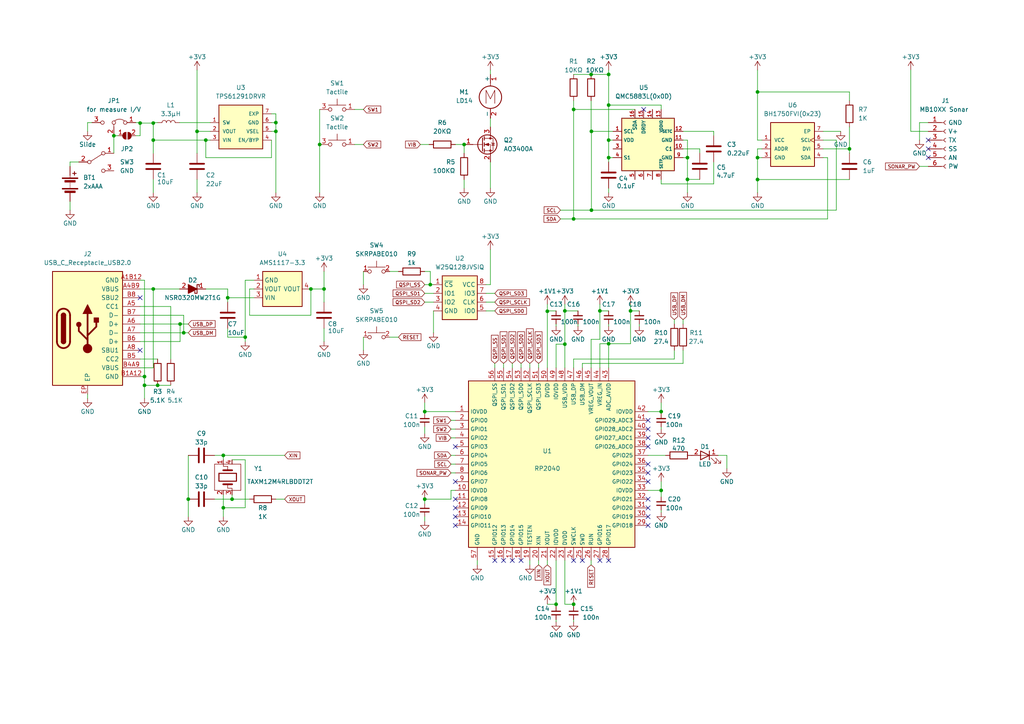
<source format=kicad_sch>
(kicad_sch (version 20230121) (generator eeschema)
  (paper "A4")
  (title_block (title "JSB01") (date "2023-10-26") (rev "0.3"))
  (junction (at 64.77 132.08))
  (junction (at 199.39 52.0372))
  (junction (at 52.231 93.98))
  (junction (at 176.53 40.64))
  (junction (at 57.15 38.1))
  (junction (at 54.61 144.78))
  (junction (at 161.29 175.26))
  (junction (at 80.01 38.1))
  (junction (at 41.91 111.76))
  (junction (at 191.77 142.24))
  (junction (at 44.45 35.6986))
  (junction (at 41.91 109.22))
  (junction (at 158.75 90.2769))
  (junction (at 176.53 45.72))
  (junction (at 123.19 144.78))
  (junction (at 219.71 52.07))
  (junction (at 171.538 60.96))
  (junction (at 66.04 86.36))
  (junction (at 163.83 99.8208))
  (junction (at 44.45 40.64))
  (junction (at 67.31 144.78))
  (junction (at 173.99 90.17))
  (junction (at 124.8098 82.55))
  (junction (at 92.71 41.91))
  (junction (at 80.01 35.56))
  (junction (at 166.37 175.26))
  (junction (at 166.37 63.5))
  (junction (at 90.17 83.82))
  (junction (at 40.64 35.6986))
  (junction (at 93.98 83.82))
  (junction (at 163.83 90.17))
  (junction (at 199.39 45.72))
  (junction (at 134.62 41.91))
  (junction (at 182.88 90.17))
  (junction (at 123.19 119.38))
  (junction (at 219.71 26.67))
  (junction (at 176.53 30.48))
  (junction (at 171.45 21.59))
  (junction (at 45.72 111.76))
  (junction (at 71.12 97.79))
  (junction (at 246.38 43.18))
  (junction (at 33.02 39.37))
  (junction (at 166.37 31.75))
  (junction (at 44.45 83.82))
  (junction (at 171.538 38.1))
  (junction (at 176.53 99.695))
  (junction (at 176.53 21.59))
  (junction (at 219.71 45.72))
  (junction (at 64.77 147.2758))
  (junction (at 191.77 119.38))
  (junction (at 59.69 40.64))
  (junction (at 53.283 96.52))
  (no_connect (at 146.05 162.56))
  (no_connect (at 40.64 86.36))
  (no_connect (at 143.51 162.56))
  (no_connect (at 132.08 147.32))
  (no_connect (at 187.96 147.32))
  (no_connect (at 132.08 144.78))
  (no_connect (at 132.08 149.86))
  (no_connect (at 148.59 162.56))
  (no_connect (at 187.96 124.46))
  (no_connect (at 40.64 101.6))
  (no_connect (at 173.99 162.56))
  (no_connect (at 166.37 162.56))
  (no_connect (at 132.08 139.7))
  (no_connect (at 187.96 152.4))
  (no_connect (at 187.96 149.86))
  (no_connect (at 132.08 152.4))
  (no_connect (at 269.24 40.64))
  (no_connect (at 132.08 129.54))
  (no_connect (at 187.96 127))
  (no_connect (at 187.96 129.54))
  (no_connect (at 186.69 31.75))
  (no_connect (at 176.53 162.56))
  (no_connect (at 187.96 134.62))
  (no_connect (at 269.24 43.18))
  (no_connect (at 187.96 121.92))
  (no_connect (at 187.96 144.78))
  (no_connect (at 269.24 45.72))
  (no_connect (at 187.96 139.7))
  (no_connect (at 151.13 162.56))
  (no_connect (at 168.91 162.56))
  (no_connect (at 187.96 137.16))
  (wire (pts (xy 121.92 41.91) (xy 124.46 41.91)))
  (wire (pts (xy 182.88 90.17) (xy 182.88 99.695)))
  (wire (pts (xy 25.4 35.56) (xy 25.4 38.1)))
  (wire (pts (xy 20.32 48.26) (xy 20.32 46.99)))
  (wire (pts (xy 191.77 142.24) (xy 191.77 144.145)))
  (wire (pts (xy 187.96 132.08) (xy 193.04 132.08)))
  (wire (pts (xy 53.283 96.52) (xy 54.61 96.52)))
  (wire (pts (xy 124.8098 78.74) (xy 124.8098 82.55)))
  (wire (pts (xy 57.15 20.32) (xy 57.15 38.1)))
  (wire (pts (xy 44.45 83.82) (xy 44.45 106.68)))
  (wire (pts (xy 44.45 40.64) (xy 44.45 44.45)))
  (wire (pts (xy 67.31 133.35) (xy 71.12 133.35)))
  (wire (pts (xy 123.19 144.78) (xy 123.19 146.05)))
  (wire (pts (xy 177.8 40.64) (xy 176.53 40.64)))
  (wire (pts (xy 140.97 87.63) (xy 143.51 87.63)))
  (wire (pts (xy 177.8 45.72) (xy 176.53 45.72)))
  (wire (pts (xy 166.37 179.705) (xy 166.37 180.34)))
  (wire (pts (xy 163.83 99.8208) (xy 163.83 106.68)))
  (wire (pts (xy 142.24 46.99) (xy 142.24 54.61)))
  (wire (pts (xy 60.96 38.1) (xy 57.15 38.1)))
  (wire (pts (xy 93.98 78.74) (xy 93.98 83.82)))
  (wire (pts (xy 142.24 82.55) (xy 142.24 72.39)))
  (wire (pts (xy 92.71 31.75) (xy 92.71 41.91)))
  (wire (pts (xy 64.77 147.2758) (xy 64.77 149.86)))
  (wire (pts (xy 138.43 162.56) (xy 138.43 163.83)))
  (wire (pts (xy 207.01 46.99) (xy 207.01 53.34)))
  (wire (pts (xy 123.19 119.38) (xy 132.08 119.38)))
  (wire (pts (xy 130.81 137.16) (xy 132.08 137.16)))
  (wire (pts (xy 198.12 38.1) (xy 207.01 38.1)))
  (wire (pts (xy 80.01 33.02) (xy 80.01 35.56)))
  (wire (pts (xy 176.53 30.48) (xy 176.53 40.64)))
  (wire (pts (xy 25.4 114.3) (xy 25.4 115.57)))
  (wire (pts (xy 102.87 41.91) (xy 105.41 41.91)))
  (wire (pts (xy 80.01 35.56) (xy 80.01 38.1)))
  (wire (pts (xy 158.75 90.2769) (xy 158.75 106.68)))
  (wire (pts (xy 71.12 133.35) (xy 71.12 147.2758)))
  (wire (pts (xy 67.31 144.78) (xy 72.39 144.78)))
  (wire (pts (xy 191.77 119.38) (xy 191.77 120.015)))
  (wire (pts (xy 143.51 105.41) (xy 143.51 106.68)))
  (wire (pts (xy 171.45 38.1) (xy 171.538 38.1)))
  (wire (pts (xy 59.69 45.72) (xy 59.69 40.64)))
  (wire (pts (xy 39.37 35.56) (xy 40.64 35.56)))
  (wire (pts (xy 44.45 35.56) (xy 44.45 35.6986)))
  (wire (pts (xy 142.24 34.29) (xy 142.24 36.83)))
  (wire (pts (xy 202.9595 43.18) (xy 202.9595 44.4172)))
  (wire (pts (xy 67.31 144.78) (xy 62.23 144.78)))
  (wire (pts (xy 72.39 91.44) (xy 90.17 91.44)))
  (wire (pts (xy 130.81 127) (xy 132.08 127)))
  (wire (pts (xy 246.38 43.18) (xy 246.38 44.45)))
  (wire (pts (xy 161.29 179.705) (xy 161.29 180.34)))
  (wire (pts (xy 156.21 162.56) (xy 156.21 163.83)))
  (wire (pts (xy 41.91 81.28) (xy 41.91 109.22)))
  (wire (pts (xy 167.64 90.17) (xy 163.83 90.17)))
  (wire (pts (xy 176.53 45.72) (xy 176.53 46.99)))
  (wire (pts (xy 171.45 98.425) (xy 171.45 106.68)))
  (wire (pts (xy 219.71 52.07) (xy 219.71 55.88)))
  (wire (pts (xy 182.88 88.265) (xy 182.88 90.17)))
  (wire (pts (xy 72.39 83.82) (xy 72.39 91.44)))
  (wire (pts (xy 49.53 88.9) (xy 49.53 104.14)))
  (wire (pts (xy 123.19 82.55) (xy 124.8098 82.55)))
  (wire (pts (xy 78.74 40.64) (xy 78.74 45.72)))
  (wire (pts (xy 238.76 43.18) (xy 246.38 43.18)))
  (wire (pts (xy 140.97 82.55) (xy 142.24 82.55)))
  (wire (pts (xy 163.83 162.56) (xy 163.83 175.26)))
  (wire (pts (xy 191.77 147.955) (xy 191.77 148.59)))
  (wire (pts (xy 156.21 105.41) (xy 156.21 106.68)))
  (wire (pts (xy 40.64 81.28) (xy 41.91 81.28)))
  (wire (pts (xy 198.12 92.71) (xy 198.12 93.98)))
  (wire (pts (xy 199.39 40.64) (xy 199.39 45.72)))
  (wire (pts (xy 148.59 105.41) (xy 148.59 106.68)))
  (wire (pts (xy 163.83 90.17) (xy 163.83 99.8208)))
  (wire (pts (xy 40.64 109.22) (xy 41.91 109.22)))
  (wire (pts (xy 66.04 97.79) (xy 66.04 95.25)))
  (wire (pts (xy 158.431 90.2769) (xy 158.75 90.2769)))
  (wire (pts (xy 208.28 132.08) (xy 210.82 132.08)))
  (wire (pts (xy 113.03 78.74) (xy 115.57 78.74)))
  (wire (pts (xy 195.58 92.71) (xy 195.58 93.98)))
  (wire (pts (xy 166.37 31.75) (xy 166.37 63.5)))
  (wire (pts (xy 54.61 144.78) (xy 54.61 149.86)))
  (wire (pts (xy 113.03 97.79) (xy 115.57 97.79)))
  (wire (pts (xy 185.42 90.17) (xy 182.88 90.17)))
  (wire (pts (xy 33.02 39.37) (xy 34.29 39.37)))
  (wire (pts (xy 199.39 45.72) (xy 199.39 52.0372)))
  (wire (pts (xy 191.77 30.48) (xy 176.53 30.48)))
  (wire (pts (xy 240.03 45.72) (xy 240.03 63.5)))
  (wire (pts (xy 210.82 132.08) (xy 210.82 135.89)))
  (wire (pts (xy 134.62 44.45) (xy 134.62 41.91)))
  (wire (pts (xy 66.04 97.79) (xy 71.12 97.79)))
  (wire (pts (xy 26.67 35.56) (xy 25.4 35.56)))
  (wire (pts (xy 191.77 142.24) (xy 191.77 139.7)))
  (wire (pts (xy 132.08 41.91) (xy 134.62 41.91)))
  (wire (pts (xy 264.16 20.32) (xy 264.16 38.1)))
  (wire (pts (xy 130.81 134.62) (xy 132.08 134.62)))
  (wire (pts (xy 199.39 45.72) (xy 198.12 45.72)))
  (wire (pts (xy 73.66 83.82) (xy 72.39 83.82)))
  (wire (pts (xy 219.71 26.67) (xy 219.71 40.64)))
  (wire (pts (xy 151.13 105.41) (xy 151.13 106.68)))
  (wire (pts (xy 166.37 29.21) (xy 166.37 31.75)))
  (wire (pts (xy 64.77 143.51) (xy 64.77 147.2758)))
  (wire (pts (xy 52.07 35.56) (xy 60.96 35.56)))
  (wire (pts (xy 64.77 132.08) (xy 82.55 132.08)))
  (wire (pts (xy 66.04 86.36) (xy 66.04 87.63)))
  (wire (pts (xy 39.37 39.37) (xy 39.37 39.3633)))
  (wire (pts (xy 44.45 35.6986) (xy 44.45 40.64)))
  (wire (pts (xy 198.12 43.18) (xy 202.9595 43.18)))
  (wire (pts (xy 123.19 85.09) (xy 125.73 85.09)))
  (wire (pts (xy 64.77 132.08) (xy 64.77 133.35)))
  (wire (pts (xy 59.69 40.64) (xy 60.96 40.64)))
  (wire (pts (xy 220.98 45.72) (xy 219.71 45.72)))
  (wire (pts (xy 187.96 142.24) (xy 191.77 142.24)))
  (wire (pts (xy 198.12 40.64) (xy 199.39 40.64)))
  (wire (pts (xy 59.69 83.82) (xy 66.04 83.82)))
  (wire (pts (xy 161.29 175.26) (xy 161.29 175.895)))
  (wire (pts (xy 163.83 175.26) (xy 166.37 175.26)))
  (wire (pts (xy 153.67 105.41) (xy 153.67 106.68)))
  (wire (pts (xy 264.16 38.1) (xy 269.24 38.1)))
  (wire (pts (xy 45.72 35.56) (xy 44.45 35.56)))
  (wire (pts (xy 158.75 162.56) (xy 158.75 163.83)))
  (wire (pts (xy 198.12 105.41) (xy 198.12 101.6)))
  (wire (pts (xy 173.99 99.695) (xy 176.53 99.695)))
  (wire (pts (xy 130.81 121.92) (xy 132.08 121.92)))
  (wire (pts (xy 191.77 31.75) (xy 191.77 30.48)))
  (wire (pts (xy 176.53 99.695) (xy 182.88 99.695)))
  (wire (pts (xy 52.231 99.06) (xy 52.231 93.98)))
  (wire (pts (xy 163.83 88.265) (xy 163.83 90.17)))
  (wire (pts (xy 246.38 29.21) (xy 246.38 26.67)))
  (wire (pts (xy 40.64 93.98) (xy 52.231 93.98)))
  (wire (pts (xy 187.96 119.38) (xy 191.77 119.38)))
  (wire (pts (xy 124.8098 82.55) (xy 125.73 82.55)))
  (wire (pts (xy 176.53 106.68) (xy 176.53 99.695)))
  (wire (pts (xy 71.12 97.79) (xy 71.12 99.06)))
  (wire (pts (xy 219.71 43.18) (xy 219.71 45.72)))
  (wire (pts (xy 44.45 52.07) (xy 44.45 55.88)))
  (wire (pts (xy 80.01 38.1) (xy 80.01 55.88)))
  (wire (pts (xy 219.71 45.72) (xy 219.71 52.07)))
  (wire (pts (xy 195.58 104.14) (xy 195.58 101.6)))
  (wire (pts (xy 168.91 106.68) (xy 168.91 105.41)))
  (wire (pts (xy 220.98 43.18) (xy 219.71 43.18)))
  (wire (pts (xy 166.37 104.14) (xy 195.58 104.14)))
  (wire (pts (xy 90.17 91.44) (xy 90.17 83.82)))
  (wire (pts (xy 166.37 175.26) (xy 166.37 175.895)))
  (wire (pts (xy 173.99 90.17) (xy 173.99 98.425)))
  (wire (pts (xy 57.15 52.07) (xy 57.15 55.88)))
  (wire (pts (xy 173.99 98.425) (xy 171.45 98.425)))
  (wire (pts (xy 191.77 53.34) (xy 191.77 52.07)))
  (wire (pts (xy 41.91 109.22) (xy 41.91 111.76)))
  (wire (pts (xy 93.98 95.25) (xy 93.98 99.06)))
  (wire (pts (xy 52.231 93.98) (xy 54.61 93.98)))
  (wire (pts (xy 162.56 63.5) (xy 166.37 63.5)))
  (wire (pts (xy 93.98 83.82) (xy 93.98 87.63)))
  (wire (pts (xy 90.17 83.82) (xy 93.98 83.82)))
  (wire (pts (xy 78.74 35.56) (xy 80.01 35.56)))
  (wire (pts (xy 78.74 45.72) (xy 59.69 45.72)))
  (wire (pts (xy 134.62 52.07) (xy 134.62 54.61)))
  (wire (pts (xy 269.24 35.56) (xy 266.7 35.56)))
  (wire (pts (xy 219.71 40.64) (xy 220.98 40.64)))
  (wire (pts (xy 171.538 60.96) (xy 242.57 60.96)))
  (wire (pts (xy 123.19 149.86) (xy 123.19 151.13)))
  (wire (pts (xy 41.91 111.76) (xy 41.91 115.57)))
  (wire (pts (xy 130.81 144.78) (xy 130.81 142.24)))
  (wire (pts (xy 130.81 142.24) (xy 132.08 142.24)))
  (wire (pts (xy 40.64 35.56) (xy 40.64 35.6986)))
  (wire (pts (xy 78.74 38.1) (xy 80.01 38.1)))
  (wire (pts (xy 238.76 38.1) (xy 243.84 38.1)))
  (wire (pts (xy 142.24 21.59) (xy 142.24 20.32)))
  (wire (pts (xy 153.67 162.56) (xy 153.67 163.83)))
  (wire (pts (xy 242.57 40.64) (xy 242.57 60.96)))
  (wire (pts (xy 39.37 39.3633) (xy 40.64 39.3633)))
  (wire (pts (xy 161.29 162.56) (xy 161.29 175.26)))
  (wire (pts (xy 123.19 119.38) (xy 123.19 120.015)))
  (wire (pts (xy 45.72 111.76) (xy 49.53 111.76)))
  (wire (pts (xy 40.64 91.44) (xy 53.283 91.44)))
  (wire (pts (xy 161.29 90.17) (xy 158.431 90.17)))
  (wire (pts (xy 140.97 90.17) (xy 143.51 90.17)))
  (wire (pts (xy 123.19 116.84) (xy 123.19 119.38)))
  (wire (pts (xy 171.45 21.59) (xy 176.53 21.59)))
  (wire (pts (xy 123.19 87.63) (xy 125.73 87.63)))
  (wire (pts (xy 219.71 20.32) (xy 219.71 26.67)))
  (wire (pts (xy 171.45 29.21) (xy 171.45 38.1)))
  (wire (pts (xy 41.91 111.76) (xy 45.72 111.76)))
  (wire (pts (xy 246.38 26.67) (xy 219.71 26.67)))
  (wire (pts (xy 168.91 105.41) (xy 198.12 105.41)))
  (wire (pts (xy 20.32 58.42) (xy 20.32 60.96)))
  (wire (pts (xy 33.02 39.37) (xy 33.02 44.45)))
  (wire (pts (xy 44.45 40.64) (xy 59.69 40.64)))
  (wire (pts (xy 207.01 38.1) (xy 207.01 39.37)))
  (wire (pts (xy 171.538 38.1) (xy 171.538 60.96)))
  (wire (pts (xy 246.38 36.83) (xy 246.38 43.18)))
  (wire (pts (xy 40.64 99.06) (xy 52.231 99.06)))
  (wire (pts (xy 173.99 99.695) (xy 173.99 106.68)))
  (wire (pts (xy 54.61 132.08) (xy 54.61 144.78)))
  (wire (pts (xy 130.81 132.08) (xy 132.08 132.08)))
  (wire (pts (xy 80.01 144.78) (xy 82.55 144.78)))
  (wire (pts (xy 158.431 90.17) (xy 158.431 90.2769)))
  (wire (pts (xy 191.77 53.34) (xy 207.01 53.34)))
  (wire (pts (xy 64.77 132.08) (xy 62.23 132.08)))
  (wire (pts (xy 171.45 162.56) (xy 171.45 163.83)))
  (wire (pts (xy 176.53 20.32) (xy 176.53 21.59)))
  (wire (pts (xy 266.7 35.56) (xy 266.7 40.64)))
  (wire (pts (xy 57.15 38.1) (xy 57.15 44.45)))
  (wire (pts (xy 163.83 99.8208) (xy 161.29 99.8208)))
  (wire (pts (xy 191.77 123.825) (xy 191.77 124.46)))
  (wire (pts (xy 266.7 48.26) (xy 269.24 48.26)))
  (wire (pts (xy 161.29 175.26) (xy 158.75 175.26)))
  (wire (pts (xy 20.32 46.99) (xy 22.86 46.99)))
  (wire (pts (xy 177.8 38.1) (xy 171.538 38.1)))
  (wire (pts (xy 246.38 52.07) (xy 219.71 52.07)))
  (wire (pts (xy 71.12 81.28) (xy 71.12 97.79)))
  (wire (pts (xy 166.37 21.59) (xy 171.45 21.59)))
  (wire (pts (xy 67.31 143.51) (xy 67.31 144.78)))
  (wire (pts (xy 66.04 83.82) (xy 66.04 86.36)))
  (wire (pts (xy 40.64 104.14) (xy 45.72 104.14)))
  (wire (pts (xy 161.29 99.8208) (xy 161.29 106.68)))
  (wire (pts (xy 191.77 119.38) (xy 191.77 116.84)))
  (wire (pts (xy 125.73 90.17) (xy 125.73 96.52)))
  (wire (pts (xy 40.64 96.52) (xy 53.283 96.52)))
  (wire (pts (xy 71.12 147.2758) (xy 64.77 147.2758)))
  (wire (pts (xy 73.66 86.36) (xy 66.04 86.36)))
  (wire (pts (xy 40.64 106.68) (xy 44.45 106.68)))
  (wire (pts (xy 176.53 93.98) (xy 176.53 94.615)))
  (wire (pts (xy 102.87 31.75) (xy 105.41 31.75)))
  (wire (pts (xy 176.53 21.59) (xy 176.53 30.48)))
  (wire (pts (xy 40.64 88.9) (xy 49.53 88.9)))
  (wire (pts (xy 78.74 33.02) (xy 80.01 33.02)))
  (wire (pts (xy 176.53 90.17) (xy 173.99 90.17)))
  (wire (pts (xy 199.39 52.0372) (xy 199.39 55.88)))
  (wire (pts (xy 238.76 40.64) (xy 242.57 40.64)))
  (wire (pts (xy 130.81 124.46) (xy 132.08 124.46)))
  (wire (pts (xy 146.05 105.41) (xy 146.05 106.68)))
  (wire (pts (xy 166.37 63.5) (xy 240.03 63.5)))
  (wire (pts (xy 166.37 106.68) (xy 166.37 104.14)))
  (wire (pts (xy 202.9595 52.0372) (xy 199.39 52.0372)))
  (wire (pts (xy 176.53 55.88) (xy 176.53 54.61)))
  (wire (pts (xy 167.64 93.98) (xy 167.64 94.615)))
  (wire (pts (xy 40.64 35.6986) (xy 40.64 39.3633)))
  (wire (pts (xy 184.15 31.75) (xy 166.37 31.75)))
  (wire (pts (xy 123.19 123.825) (xy 123.19 125.73)))
  (wire (pts (xy 176.53 40.64) (xy 176.53 45.72)))
  (wire (pts (xy 53.283 91.44) (xy 53.283 96.52)))
  (wire (pts (xy 158.75 88.265) (xy 158.75 90.2769)))
  (wire (pts (xy 140.97 85.09) (xy 143.51 85.09)))
  (wire (pts (xy 185.42 93.98) (xy 185.42 94.615)))
  (wire (pts (xy 161.29 93.98) (xy 161.29 94.615)))
  (wire (pts (xy 173.99 88.2451) (xy 173.99 90.17)))
  (wire (pts (xy 162.56 60.96) (xy 171.538 60.96)))
  (wire (pts (xy 44.45 83.82) (xy 40.64 83.82)))
  (wire (pts (xy 105.41 97.79) (xy 105.41 101.6)))
  (wire (pts (xy 105.41 78.74) (xy 105.41 82.55)))
  (wire (pts (xy 123.19 144.78) (xy 130.81 144.78)))
  (wire (pts (xy 238.76 45.72) (xy 240.03 45.72)))
  (wire (pts (xy 73.66 81.28) (xy 71.12 81.28)))
  (wire (pts (xy 40.64 35.6986) (xy 44.45 35.6986)))
  (wire (pts (xy 44.45 83.82) (xy 52.07 83.82)))
  (wire (pts (xy 92.71 41.91) (xy 92.71 55.88)))
  (wire (pts (xy 123.19 78.74) (xy 124.8098 78.74)))
  (global_label "VIB" (shape input) (at 130.81 127 180) (effects (font (size 1.016 1.016))) (property "Intersheetrefs" "${INTERSHEET_REFS}" (effects hide)))
  (global_label "SCL" (shape input) (at 162.56 60.96 180) (effects (font (size 1.016 1.016))) (property "Intersheetrefs" "${INTERSHEET_REFS}" (effects hide)))
  (global_label "USB_DM" (shape input) (at 198.12 92.71 90) (effects (font (size 1.016 1.016))) (property "Intersheetrefs" "${INTERSHEET_REFS}" (effects hide)))
  (global_label "SDA" (shape input) (at 162.56 63.5 180) (effects (font (size 1.016 1.016))) (property "Intersheetrefs" "${INTERSHEET_REFS}" (effects hide)))
  (global_label "QSPI_SD3" (shape input) (at 156.21 105.41 90) (effects (font (size 1.016 1.016))) (property "Intersheetrefs" "${INTERSHEET_REFS}" (effects hide)))
  (global_label "USB_DP" (shape input) (at 195.58 92.71 90) (effects (font (size 1.016 1.016))) (property "Intersheetrefs" "${INTERSHEET_REFS}" (effects hide)))
  (global_label "XOUT" (shape input) (at 82.55 144.78 0) (effects (font (size 1.016 1.016))) (property "Intersheetrefs" "${INTERSHEET_REFS}" (effects hide)))
  (global_label "VIB" (shape input) (at 121.92 41.91 180) (effects (font (size 1.016 1.016))) (property "Intersheetrefs" "${INTERSHEET_REFS}" (effects hide)))
  (global_label "XIN" (shape input) (at 156.21 163.83 270) (effects (font (size 1.016 1.016))) (property "Intersheetrefs" "${INTERSHEET_REFS}" (effects hide)))
  (global_label "RESET" (shape input) (at 171.45 163.83 270) (effects (font (size 1.016 1.016))) (property "Intersheetrefs" "${INTERSHEET_REFS}" (effects hide)))
  (global_label "QSPI_SD0" (shape input) (at 151.13 105.41 90) (effects (font (size 1.016 1.016))) (property "Intersheetrefs" "${INTERSHEET_REFS}" (effects hide)))
  (global_label "USB_DP" (shape input) (at 54.61 93.98 0) (effects (font (size 1.016 1.016))) (property "Intersheetrefs" "${INTERSHEET_REFS}" (effects hide)))
  (global_label "QSPI_SD2" (shape input) (at 123.19 87.63 180) (effects (font (size 1.016 1.016))) (property "Intersheetrefs" "${INTERSHEET_REFS}" (effects hide)))
  (global_label "SW1" (shape input) (at 130.81 121.92 180) (effects (font (size 1.016 1.016))) (property "Intersheetrefs" "${INTERSHEET_REFS}" (effects hide)))
  (global_label "USB_DM" (shape input) (at 54.61 96.52 0) (effects (font (size 1.016 1.016))) (property "Intersheetrefs" "${INTERSHEET_REFS}" (effects hide)))
  (global_label "QSPI_SS" (shape input) (at 123.19 82.55 180) (effects (font (size 1.016 1.016))) (property "Intersheetrefs" "${INTERSHEET_REFS}" (effects hide)))
  (global_label "QSPI_SD2" (shape input) (at 148.59 105.41 90) (effects (font (size 1.016 1.016))) (property "Intersheetrefs" "${INTERSHEET_REFS}" (effects hide)))
  (global_label "QSPI_SD3" (shape input) (at 143.51 85.09 0) (effects (font (size 1.016 1.016))) (property "Intersheetrefs" "${INTERSHEET_REFS}" (effects hide)))
  (global_label "QSPI_SD1" (shape input) (at 146.05 105.41 90) (effects (font (size 1.016 1.016))) (property "Intersheetrefs" "${INTERSHEET_REFS}" (effects hide)))
  (global_label "QSPI_SCLK" (shape input) (at 153.67 105.41 90) (effects (font (size 1.016 1.016))) (property "Intersheetrefs" "${INTERSHEET_REFS}" (effects hide)))
  (global_label "SW2" (shape input) (at 130.81 124.46 180) (effects (font (size 1.016 1.016))) (property "Intersheetrefs" "${INTERSHEET_REFS}" (effects hide)))
  (global_label "QSPI_SD0" (shape input) (at 143.51 90.17 0) (effects (font (size 1.016 1.016))) (property "Intersheetrefs" "${INTERSHEET_REFS}" (effects hide)))
  (global_label "RESET" (shape input) (at 115.57 97.79 0) (effects (font (size 1.016 1.016))) (property "Intersheetrefs" "${INTERSHEET_REFS}" (effects hide)))
  (global_label "SW2" (shape input) (at 105.41 41.91 0) (effects (font (size 1.016 1.016))) (property "Intersheetrefs" "${INTERSHEET_REFS}" (effects hide)))
  (global_label "XOUT" (shape input) (at 158.75 163.83 270) (effects (font (size 1.016 1.016))) (property "Intersheetrefs" "${INTERSHEET_REFS}" (effects hide)))
  (global_label "QSPI_SD1" (shape input) (at 123.19 85.09 180) (effects (font (size 1.016 1.016))) (property "Intersheetrefs" "${INTERSHEET_REFS}" (effects hide)))
  (global_label "SONAR_PW" (shape input) (at 266.7 48.26 180) (effects (font (size 1.016 1.016))) (property "Intersheetrefs" "${INTERSHEET_REFS}" (effects hide)))
  (global_label "SONAR_PW" (shape input) (at 130.81 137.16 180) (effects (font (size 1.016 1.016))) (property "Intersheetrefs" "${INTERSHEET_REFS}" (effects hide)))
  (global_label "QSPI_SS" (shape input) (at 143.51 105.41 90) (effects (font (size 1.016 1.016))) (property "Intersheetrefs" "${INTERSHEET_REFS}" (effects hide)))
  (global_label "XIN" (shape input) (at 82.55 132.08 0) (effects (font (size 1.016 1.016))) (property "Intersheetrefs" "${INTERSHEET_REFS}" (effects hide)))
  (global_label "SCL" (shape input) (at 130.81 134.62 180) (effects (font (size 1.016 1.016))) (property "Intersheetrefs" "${INTERSHEET_REFS}" (effects hide)))
  (global_label "QSPI_SCLK" (shape input) (at 143.51 87.63 0) (effects (font (size 1.016 1.016))) (property "Intersheetrefs" "${INTERSHEET_REFS}" (effects hide)))
  (global_label "SDA" (shape input) (at 130.81 132.08 180) (effects (font (size 1.016 1.016))) (property "Intersheetrefs" "${INTERSHEET_REFS}" (effects hide)))
  (global_label "SW1" (shape input) (at 105.41 31.75 0) (effects (font (size 1.016 1.016))) (property "Intersheetrefs" "${INTERSHEET_REFS}" (effects hide)))
  (symbol (lib_id "JSB01_Lib:GND") (at 138.43 163.83 0) (unit 1)
    (property "Reference" "#PWR015" (effects hide))
    (property "Value" "GND" (at 138.43 167.64 0))
  )
  (symbol (lib_id "Device:R") (at 171.45 25.4 0) (unit 1)
    (property "Reference" "R2" (at 171.45 17.78 0))
    (property "Value" "10KΩ" (at 172.51 20.32 0))
    (property "Footprint" "Resistor_SMD:R_0603_1608Metric" (effects hide))
    (property "LCSC" "C25804" (effects hide))
  )
  (symbol (lib_id "JSB01_Lib:GND") (at 191.77 148.59 0) (unit 1)
    (property "Reference" "#PWR033" (effects hide))
    (property "Value" "GND" (at 191.77 152.4 0))
  )
  (symbol (lib_id "JSB01_Lib:Conn_01x06_Socket") (at 274.32 40.64 0) (unit 1)
    (property "Reference" "J1" (at 273.05 29.21 0) (effects (justify left)))
    (property "Value" "MB10XX Sonar" (at 266.7 31.75 0) (effects (justify left)))
    (property "Footprint" "JSB01_Lib:PinSocket_1x06_P2.54mm_Horizontal" (effects hide))
  )
  (symbol (lib_id "JSB01_Lib:Bypass_C") (at 161.29 177.8 0) (unit 1)
    (property "Reference" "C14" (at 157.48 176.53 0))
    (property "Value" "100n" (at 157.48 179.07 0))
    (property "Footprint" "Capacitor_SMD:C_0402_1005Metric" (effects hide))
    (property "LCSC" "C307331" (effects hide))
  )
  (symbol (lib_id "JSB01_Lib:GND") (at 44.45 55.88 0) (unit 1)
    (property "Reference" "#PWR0115" (effects hide))
    (property "Value" "GND" (at 44.45 59.69 0))
  )
  (symbol (lib_id "JSB01_Lib:GND") (at 161.29 94.615 0) (unit 1)
    (property "Reference" "#PWR020" (effects hide))
    (property "Value" "GND" (at 161.29 98.425 0))
  )
  (symbol (lib_id "JSB01_Lib:GND") (at 123.19 151.13 0) (unit 1)
    (property "Reference" "#PWR013" (effects hide))
    (property "Value" "GND" (at 123.19 154.94 0))
  )
  (symbol (lib_id "JSB01_Lib:+3V3") (at 191.77 139.7 0) (unit 1)
    (property "Reference" "#PWR032" (effects hide))
    (property "Value" "3V3" (at 191.77 135.16 0) (effects (justify top)))
  )
  (symbol (lib_id "JSB01_Lib:+1V1") (at 173.99 88.2451 0) (unit 1)
    (property "Reference" "#PWR026" (effects hide))
    (property "Value" "1V1" (at 173.99 83.7051 0) (effects (justify top)))
  )
  (symbol (lib_id "JSB01_Lib:+3V3") (at 93.98 78.74 0) (unit 1)
    (property "Reference" "#PWR04" (effects hide))
    (property "Value" "3V3" (at 93.98 74.2 0) (effects (justify top)))
  )
  (symbol (lib_id "JSB01_Lib:GND") (at 243.84 38.1 0) (unit 1)
    (property "Reference" "#PWR035" (effects hide))
    (property "Value" "GND" (at 243.84 41.91 0))
  )
  (symbol (lib_id "JSB01_Lib:+3V3") (at 123.19 116.84 0) (unit 1)
    (property "Reference" "#PWR010" (effects hide))
    (property "Value" "3V3" (at 123.19 112.3 0) (effects (justify top)))
  )
  (symbol (lib_id "JSB01_Lib:GND") (at 123.19 125.73 0) (unit 1)
    (property "Reference" "#PWR011" (effects hide))
    (property "Value" "GND" (at 123.19 129.54 0))
  )
  (symbol (lib_id "JSB01_Lib:Button_SMD") (at 109.22 97.79 0) (unit 1)
    (property "Reference" "SW5" (at 109.22 90.17 0))
    (property "Value" "SKRPABE010" (at 109.22 92.71 0))
    (property "Footprint" "JSB01_Lib:KEY-SMD_4P-L4.2-W3.2" (effects hide))
    (property "LCSC" "C115360" (effects hide))
  )
  (symbol (lib_id "JSB01_Lib:GND") (at 92.71 55.88 0) (unit 1)
    (property "Reference" "#PWR0105" (effects hide))
    (property "Value" "GND" (at 92.71 59.69 0))
  )
  (symbol (lib_id "JSB01_Lib:GND") (at 219.71 55.88 0) (unit 1)
    (property "Reference" "#PWR0112" (effects hide))
    (property "Value" "GND" (at 219.71 59.69 0))
  )
  (symbol (lib_id "Device:C") (at 58.42 132.08 90) (unit 1)
    (property "Reference" "C9" (at 58.42 125.73 90))
    (property "Value" "33p" (at 58.42 128.27 90))
    (property "Footprint" "Capacitor_SMD:C_0603_1608Metric" (effects hide))
    (property "LCSC" "C1663" (effects hide))
  )
  (symbol (lib_name "Button_SMD_1") (lib_id "JSB01_Lib:Button_SMD") (at 109.22 78.74 0) (unit 1)
    (property "Reference" "SW4" (at 109.22 71.12 0))
    (property "Value" "SKRPABE010" (at 109.22 73.66 0))
    (property "Footprint" "JSB01_Lib:KEY-SMD_4P-L4.2-W3.2" (effects hide))
    (property "LCSC" "C115360" (effects hide))
  )
  (symbol (lib_id "JSB01_Lib:W25Q128JVSIQ") (at 133.35 86.36 0) (unit 1)
    (property "Reference" "U2" (at 133.35 74.93 0))
    (property "Value" "W25Q128JVSIQ" (at 133.35 77.47 0))
    (property "Footprint" "JSB01_Lib:SOP-8-208mil" (effects hide))
    (property "LCSC" "C97521 " (effects hide))
  )
  (symbol (lib_id "Device:R") (at 166.37 25.4 0) (unit 1)
    (property "Reference" "R1" (at 166.37 17.78 0))
    (property "Value" "10KΩ" (at 166.37 20.32 0))
    (property "Footprint" "Resistor_SMD:R_0603_1608Metric" (effects hide))
    (property "LCSC" "C25804" (effects hide))
  )
  (symbol (lib_id "JSB01_Lib:Schottky_Diode") (at 55.88 83.82 0) (mirror y) (unit 1)
    (property "Reference" "D2" (at 55.88 81.28 0))
    (property "Value" "NSR0320MW2T1G" (at 55.88 86.36 0))
    (property "Footprint" "JSB01_Lib:SOD-323_L1.8-W1.3-LS2.5-RD" (effects hide))
    (property "LCSC" "C48192" (effects hide))
  )
  (symbol (lib_id "JSB01_Lib:+3V3") (at 142.24 20.32 0) (unit 1)
    (property "Reference" "#PWR0111" (effects hide))
    (property "Value" "3V3" (at 142.24 15.78 0) (effects (justify top)))
  )
  (symbol (lib_id "JSB01_Lib:GND") (at 20.32 60.96 0) (unit 1)
    (property "Reference" "#PWR0117" (effects hide))
    (property "Value" "GND" (at 20.32 64.77 0))
  )
  (symbol (lib_id "JSB01_Lib:+3V3") (at 123.19 144.78 0) (unit 1)
    (property "Reference" "#PWR012" (effects hide))
    (property "Value" "3V3" (at 123.19 140.24 0) (effects (justify top)))
  )
  (symbol (lib_id "JSB01_Lib:GND") (at 167.64 94.615 0) (unit 1)
    (property "Reference" "#PWR025" (effects hide))
    (property "Value" "GND" (at 167.64 98.425 0))
  )
  (symbol (lib_id "JSB01_Lib:GND") (at 191.77 124.46 0) (unit 1)
    (property "Reference" "#PWR031" (effects hide))
    (property "Value" "GND" (at 191.77 128.27 0))
  )
  (symbol (lib_id "JSB01_Lib:+3V3") (at 142.24 72.39 0) (unit 1)
    (property "Reference" "#PWR016" (effects hide))
    (property "Value" "3V3" (at 142.24 67.85 0) (effects (justify top)))
  )
  (symbol (lib_id "JSB01_Lib:GND") (at 166.37 180.34 0) (unit 1)
    (property "Reference" "#PWR024" (effects hide))
    (property "Value" "GND" (at 166.37 184.15 0))
  )
  (symbol (lib_id "JSB01_Lib:BH1750FVI-TR") (at 229.87 43.18 0) (unit 1)
    (property "Reference" "U6" (at 229.87 30.48 0))
    (property "Value" "BH1750FVI(0x23)" (at 229.87 33.02 0))
    (property "Footprint" "JSB01_Lib:WSOF-6_L2.6-W1.6-P0.50-TL-EP" (effects hide))
    (property "LCSC" "C78960" (effects hide))
  )
  (symbol (lib_id "JSB01_Lib:Bypass_C") (at 191.77 146.05 0) (unit 1)
    (property "Reference" "C20" (at 195.58 144.78 0))
    (property "Value" "100n" (at 195.58 147.32 0))
    (property "Footprint" "Capacitor_SMD:C_0402_1005Metric" (effects hide))
    (property "LCSC" "C307331" (effects hide))
  )
  (symbol (lib_id "JSB01_Lib:Bypass_C") (at 166.37 177.8 0) (unit 1)
    (property "Reference" "C15" (at 170.18 176.53 0))
    (property "Value" "100n" (at 171.45 179.07 0))
    (property "Footprint" "Capacitor_SMD:C_0402_1005Metric" (effects hide))
    (property "LCSC" "C307331" (effects hide))
  )
  (symbol (lib_id "JSB01_Lib:+3V3") (at 182.88 88.265 0) (unit 1)
    (property "Reference" "#PWR028" (effects hide))
    (property "Value" "3V3" (at 182.88 83.725 0) (effects (justify top)))
  )
  (symbol (lib_id "JSB01_Lib:+3V3") (at 264.16 20.32 0) (unit 1)
    (property "Reference" "#PWR0108" (effects hide))
    (property "Value" "3V3" (at 264.16 15.78 0) (effects (justify top)))
  )
  (symbol (lib_id "Device:C") (at 57.15 48.26 0) (unit 1)
    (property "Reference" "C2" (at 59.69 50.8 0) (effects (justify left)))
    (property "Value" "22uF" (at 59.69 53.34 0) (effects (justify left)))
    (property "Footprint" "Capacitor_SMD:C_0603_1608Metric" (effects hide))
    (property "LCSC" "C59461" (effects hide))
  )
  (symbol (lib_id "Device:C") (at 207.01 43.18 0) (unit 1)
    (property "Reference" "C3" (at 210.82 41.91 0) (effects (justify left)))
    (property "Value" "0.22uF" (at 210.82 44.45 0) (effects (justify left)))
    (property "Footprint" "Capacitor_SMD:C_0603_1608Metric" (effects hide))
    (property "LCSC" "C21120" (effects hide))
  )
  (symbol (lib_id "JSB01_Lib:GND") (at 142.24 54.61 0) (unit 1)
    (property "Reference" "#PWR0109" (effects hide))
    (property "Value" "GND" (at 142.24 58.42 0))
  )
  (symbol (lib_id "Device:L") (at 49.53 35.56 90) (unit 1)
    (property "Reference" "L1" (at 49.53 30.48 90))
    (property "Value" "3.3μH" (at 49.53 33.02 90))
    (property "Footprint" "JSB01_Lib:IND-SMD_L3.0-W3.0_VLS3010ET" (effects hide))
    (property "LCSC" "C136236" (effects hide))
  )
  (symbol (lib_id "JSB01_Lib:GND") (at 153.67 163.83 0) (unit 1)
    (property "Reference" "#PWR017" (effects hide))
    (property "Value" "GND" (at 152.4 167.64 0))
  )
  (symbol (lib_id "JSB01_Lib:Crystal_GND24") (at 66.04 138.43 270) (unit 1)
    (property "Reference" "Y1" (at 74.93 135.89 90))
    (property "Value" "TAXM12M4RLBDDT2T" (at 81.28 139.7 90))
    (property "Footprint" "JSB01_Lib:OSC-SMD_4P-L3.2-W2.5" (effects hide))
    (property "LCSC" "C133334" (effects hide))
  )
  (symbol (lib_id "JSB01_Lib:Bypass_C") (at 123.19 121.92 0) (unit 1)
    (property "Reference" "C11" (at 119.38 120.65 0))
    (property "Value" "100n" (at 119.38 123.19 0))
    (property "Footprint" "Capacitor_SMD:C_0402_1005Metric" (effects hide))
    (property "LCSC" "C307331" (effects hide))
  )
  (symbol (lib_id "Device:C") (at 66.04 91.44 0) (unit 1)
    (property "Reference" "C7" (at 66.04 93.98 0) (effects (justify left)))
    (property "Value" "10uF" (at 66.04 96.52 0) (effects (justify left)))
    (property "Footprint" "Capacitor_SMD:C_0603_1608Metric" (effects hide))
    (property "LCSC" "C19702" (effects hide))
  )
  (symbol (lib_id "JSB01_Lib:Bypass_C") (at 123.19 147.955 0) (unit 1)
    (property "Reference" "C12" (at 119.38 146.685 0))
    (property "Value" "100n" (at 119.38 149.225 0))
    (property "Footprint" "Capacitor_SMD:C_0402_1005Metric" (effects hide))
    (property "LCSC" "C307331" (effects hide))
  )
  (symbol (lib_id "Device:C") (at 202.9595 48.2272 0) (unit 1)
    (property "Reference" "C5" (at 207.8608 48.5595 0) (effects (justify left)))
    (property "Value" "4.7uF" (at 207.7777 50.8855 0) (effects (justify left)))
    (property "Footprint" "Capacitor_SMD:C_0603_1608Metric" (effects hide))
    (property "LCSC" "C19666" (effects hide))
  )
  (symbol (lib_id "JSB01_Lib:GND") (at 199.39 55.88 0) (unit 1)
    (property "Reference" "#PWR0113" (effects hide))
    (property "Value" "GND" (at 199.39 59.69 0))
  )
  (symbol (lib_id "Device:C") (at 44.45 48.26 0) (unit 1)
    (property "Reference" "C1" (at 45.5357 50.7821 0) (effects (justify left)))
    (property "Value" "10uF" (at 45.5357 52.7758 0) (effects (justify left)))
    (property "Footprint" "Capacitor_SMD:C_0603_1608Metric" (effects hide))
    (property "LCSC" "C19702" (effects hide))
  )
  (symbol (lib_id "Device:R") (at 246.38 33.02 0) (unit 1)
    (property "Reference" "R7" (at 248.92 31.75 0) (effects (justify left)))
    (property "Value" "1K" (at 248.92 34.29 0) (effects (justify left)))
    (property "Footprint" "Resistor_SMD:R_0603_1608Metric" (effects hide))
    (property "LCSC" "C21190" (effects hide))
  )
  (symbol (lib_id "Device:C") (at 58.42 144.78 90) (unit 1)
    (property "Reference" "C10" (at 58.42 138.43 90))
    (property "Value" "33p" (at 58.42 140.97 90))
    (property "Footprint" "Capacitor_SMD:C_0603_1608Metric" (effects hide))
    (property "LCSC" "C1663" (effects hide))
  )
  (symbol (lib_id "Switch:SW_SPDT") (at 27.94 46.99 0) (unit 1) (in_bom no)
    (property "Reference" "SW3" (at 36.83 46.99 0))
    (property "Value" "Slide" (at 25.4 41.91 0))
    (property "Footprint" "JSB01_Lib:SW_Slide_ESD1752" (effects hide))
  )
  (symbol (lib_id "JSB01_Lib:GND") (at 176.53 55.88 0) (unit 1)
    (property "Reference" "#PWR0114" (effects hide))
    (property "Value" "GND" (at 176.53 59.69 0))
  )
  (symbol (lib_id "Jumper:Jumper_3_Bridged12") (at 33.02 35.56 0) (mirror y) (unit 1) (in_bom no)
    (property "Reference" "JP1" (at 33.02 29.21 0))
    (property "Value" "for measure I/V" (at 33.02 31.75 0))
    (property "Footprint" "JSB01_Lib:Jumper_1x03_P2.54mm" (effects hide))
  )
  (symbol (lib_id "Transistor_FET:AO3400A") (at 139.7 41.91 0) (unit 1)
    (property "Reference" "Q2" (at 146.05 40.64 0) (effects (justify left)))
    (property "Value" "AO3400A" (at 146.05 43.18 0) (effects (justify left)))
    (property "Footprint" "JSB01_Lib:AO3400A" (effects hide))
    (property "Datasheet" "http://www.aosmd.com/pdfs/datasheet/AO3400A.pdf" (effects hide))
    (property "LCSC" "C20917" (effects hide))
  )
  (symbol (lib_id "Device:R") (at 119.38 78.74 90) (unit 1)
    (property "Reference" "R9" (at 119.38 73.66 90))
    (property "Value" "1k" (at 119.38 76.2 90))
    (property "Footprint" "Resistor_SMD:R_0603_1608Metric" (effects hide))
    (property "LCSC" "C21190" (effects hide))
  )
  (symbol (lib_id "JSB01_Lib:+3V3") (at 158.75 175.26 0) (unit 1)
    (property "Reference" "#PWR019" (effects hide))
    (property "Value" "3V3" (at 158.75 170.72 0) (effects (justify top)))
  )
  (symbol (lib_id "JSB01_Lib:GND") (at 71.12 99.06 0) (unit 1)
    (property "Reference" "#PWR03" (effects hide))
    (property "Value" "GND" (at 71.12 102.87 0))
  )
  (symbol (lib_id "JSB01_Lib:GND") (at 176.53 94.615 0) (unit 1)
    (property "Reference" "#PWR027" (effects hide))
    (property "Value" "GND" (at 176.53 98.425 0))
  )
  (symbol (lib_id "Device:C") (at 176.53 50.8 0) (unit 1)
    (property "Reference" "C4" (at 179.4324 51.7766 0) (effects (justify left)))
    (property "Value" "0.1uF" (at 178.8509 53.9365 0) (effects (justify left)))
    (property "Footprint" "Capacitor_SMD:C_0603_1608Metric" (effects hide))
    (property "LCSC" "C14663" (effects hide))
  )
  (symbol (lib_id "JSB01_Lib:Bypass_C") (at 191.77 121.92 0) (unit 1)
    (property "Reference" "C19" (at 195.58 120.65 0))
    (property "Value" "100n" (at 195.58 123.19 0))
    (property "Footprint" "Capacitor_SMD:C_0402_1005Metric" (effects hide))
    (property "LCSC" "C307331" (effects hide))
  )
  (symbol (lib_id "JSB01_Lib:LED_Green") (at 204.47 132.08 0) (mirror y) (unit 1)
    (property "Reference" "D1" (at 204.47 129.54 0))
    (property "Value" "LED" (at 204.47 134.62 0))
    (property "Footprint" "JSB01_Lib:LED0603-RD_GREEN" (effects hide))
    (property "LCSC" "C510026" (effects hide))
  )
  (symbol (lib_id "JSB01_Lib:GND") (at 161.29 180.34 0) (unit 1)
    (property "Reference" "#PWR021" (effects hide))
    (property "Value" "GND" (at 161.29 184.15 0))
  )
  (symbol (lib_id "JSB01_Lib:AMS1117-3.3") (at 81.28 83.82 0) (unit 1)
    (property "Reference" "U4" (at 81.915 73.66 0))
    (property "Value" "AMS1117-3.3" (at 81.915 76.2 0))
    (property "Footprint" "JSB01_Lib:SOT-223-3_L6.5-W3.4" (effects hide))
    (property "Datasheet" "http://www.advanced-monolithic.com/pdf/ds1117.pdf" (effects hide))
    (property "LCSC" "C6186" (effects hide))
  )
  (symbol (lib_id "JSB01_Lib:GND") (at 105.41 82.55 0) (unit 1)
    (property "Reference" "#PWR08" (effects hide))
    (property "Value" "GND" (at 105.41 86.36 0))
  )
  (symbol (lib_id "Device:C") (at 93.98 91.44 0) (unit 1)
    (property "Reference" "C8" (at 95.0657 93.9621 0) (effects (justify left)))
    (property "Value" "10uF" (at 95.0657 95.9558 0) (effects (justify left)))
    (property "Footprint" "Capacitor_SMD:C_0603_1608Metric" (effects hide))
    (property "LCSC" "C19702" (effects hide))
  )
  (symbol (lib_id "Device:R") (at 45.72 107.95 0) (unit 1)
    (property "Reference" "R3" (at 45.72 114.3 0) (effects (justify bottom)))
    (property "Value" "5.1K" (at 45.72 116.84 0) (effects (justify bottom)))
    (property "Footprint" "Resistor_SMD:R_0402_1005Metric" (effects hide))
    (property "LCSC" "C25905" (effects hide))
  )
  (symbol (lib_id "JSB01_Lib:GND") (at 54.61 149.86 0) (unit 1)
    (property "Reference" "#PWR06" (effects hide))
    (property "Value" "GND" (at 54.61 153.67 0))
  )
  (symbol (lib_id "JSB01_Lib:GND") (at 134.62 54.61 0) (unit 1)
    (property "Reference" "#PWR0110" (effects hide))
    (property "Value" "GND" (at 134.62 58.42 0))
  )
  (symbol (lib_id "Device:R") (at 128.27 41.91 90) (unit 1)
    (property "Reference" "R6" (at 128.27 35.56 90))
    (property "Value" "20KΩ" (at 128.27 38.1 90))
    (property "Footprint" "Resistor_SMD:R_0603_1608Metric" (effects hide))
    (property "LCSC" "C4184" (effects hide))
  )
  (symbol (lib_id "JSB01_Lib:+3V3") (at 219.71 20.32 0) (unit 1)
    (property "Reference" "#PWR0106" (effects hide))
    (property "Value" "3V3" (at 219.71 15.78 0) (effects (justify top)))
  )
  (symbol (lib_id "Device:R") (at 49.53 107.95 0) (unit 1)
    (property "Reference" "R4" (at 49.53 114.3 0) (effects (justify bottom)))
    (property "Value" "5.1K" (at 50.8 116.84 0) (effects (justify bottom)))
    (property "Footprint" "Resistor_SMD:R_0402_1005Metric" (effects hide))
    (property "LCSC" "C25905" (effects hide))
  )
  (symbol (lib_id "JSB01_Lib:+3V3") (at 57.15 20.32 0) (unit 1)
    (property "Reference" "#PWR0102" (effects hide))
    (property "Value" "3V3" (at 57.15 15.78 0) (effects (justify top)))
  )
  (symbol (lib_id "JSB01_Lib:+1V1") (at 158.75 88.265 0) (unit 1)
    (property "Reference" "#PWR018" (effects hide))
    (property "Value" "1V1" (at 158.75 83.725 0) (effects (justify top)))
  )
  (symbol (lib_id "JSB01_Lib:Bypass_C") (at 161.29 92.075 0) (unit 1)
    (property "Reference" "C13" (at 161.29 88.265 0))
    (property "Value" "100n" (at 165.1 93.345 0))
    (property "Footprint" "Capacitor_SMD:C_0402_1005Metric" (effects hide))
    (property "LCSC" "C307331" (effects hide))
  )
  (symbol (lib_id "JSB01_Lib:GND") (at 105.41 101.6 0) (unit 1)
    (property "Reference" "#PWR09" (effects hide))
    (property "Value" "GND" (at 105.41 105.41 0))
  )
  (symbol (lib_id "JSB01_Lib:Bypass_C") (at 185.42 92.075 0) (unit 1)
    (property "Reference" "C18" (at 184.15 88.265 0))
    (property "Value" "100n" (at 189.23 93.345 0))
    (property "Footprint" "Capacitor_SMD:C_0402_1005Metric" (effects hide))
    (property "LCSC" "C307331" (effects hide))
  )
  (symbol (lib_id "Device:R") (at 76.2 144.78 90) (unit 1)
    (property "Reference" "R8" (at 76.2 147.32 90))
    (property "Value" "1K" (at 76.2 149.86 90))
    (property "Footprint" "Resistor_SMD:R_0603_1608Metric" (effects hide))
    (property "LCSC" "C21190" (effects hide))
  )
  (symbol (lib_id "JSB01_Lib:GND") (at 41.91 115.57 0) (unit 1)
    (property "Reference" "#PWR02" (effects hide))
    (property "Value" "GND" (at 41.91 119.38 0))
  )
  (symbol (lib_id "JSB01_Lib:QMC5883L") (at 186.69 40.64 0) (unit 1)
    (property "Reference" "U5" (at 186.69 25.4 0))
    (property "Value" "QMC5883L(0x0D)" (at 186.69 27.94 0))
    (property "Footprint" "JSB01_Lib:LGA-16_L3.0-W3.0-P0.50-BL_SQ" (effects hide))
    (property "LCSC" "C976032" (effects hide))
  )
  (symbol (lib_id "JSB01_Lib:GND") (at 25.4 115.57 0) (unit 1)
    (property "Reference" "#PWR01" (effects hide))
    (property "Value" "GND" (at 25.4 119.38 0))
  )
  (symbol (lib_id "JSB01_Lib:GND") (at 64.77 149.86 0) (unit 1)
    (property "Reference" "#PWR07" (effects hide))
    (property "Value" "GND" (at 64.77 153.67 0))
  )
  (symbol (lib_id "JSB01_Lib:GND") (at 57.15 55.88 0) (unit 1)
    (property "Reference" "#PWR0103" (effects hide))
    (property "Value" "GND" (at 57.15 59.69 0))
  )
  (symbol (lib_id "Device:C") (at 246.38 48.26 0) (unit 1)
    (property "Reference" "C6" (at 250.19 46.99 0) (effects (justify left)))
    (property "Value" "1uF" (at 250.19 49.53 0) (effects (justify left)))
    (property "Footprint" "Capacitor_SMD:C_0603_1608Metric" (effects hide))
    (property "LCSC" "C15849" (effects hide))
  )
  (symbol (lib_id "Device:R") (at 134.62 48.26 0) (unit 1)
    (property "Reference" "R5" (at 132.08 46.99 0) (effects (justify right)))
    (property "Value" "100KΩ" (at 132.08 49.53 0) (effects (justify right)))
    (property "Footprint" "Resistor_SMD:R_0603_1608Metric" (effects hide))
    (property "LCSC" "C25803" (effects hide))
  )
  (symbol (lib_id "JSB01_Lib:GND") (at 80.01 55.88 0) (unit 1)
    (property "Reference" "#PWR0104" (effects hide))
    (property "Value" "GND" (at 80.01 59.69 0))
  )
  (symbol (lib_id "JSB01_Lib:TPS61291DRVR") (at 69.85 38.1 0) (unit 1)
    (property "Reference" "U3" (at 69.85 25.4 0))
    (property "Value" "TPS61291DRVR" (at 69.85 27.94 0))
    (property "Footprint" "JSB01_Lib:WSON-6_L2.0-W2.0-P0.65-BL-EP" (effects hide))
    (property "LCSC" "C464809" (effects hide))
  )
  (symbol (lib_id "JSB01_Lib:+1V1") (at 166.37 175.26 0) (unit 1)
    (property "Reference" "#PWR023" (effects hide))
    (property "Value" "1V1" (at 166.37 170.72 0) (effects (justify top)))
  )
  (symbol (lib_id "JSB01_Lib:GND") (at 185.42 94.615 0) (unit 1)
    (property "Reference" "#PWR029" (effects hide))
    (property "Value" "GND" (at 185.42 98.425 0))
  )
  (symbol (lib_id "JSB01_Lib:+3V3") (at 163.83 88.265 0) (unit 1)
    (property "Reference" "#PWR022" (effects hide))
    (property "Value" "3V3" (at 163.83 83.725 0) (effects (justify top)))
  )
  (symbol (lib_id "JSB01_Lib:+3V3") (at 176.53 20.32 0) (unit 1)
    (property "Reference" "#PWR0101" (effects hide))
    (property "Value" "3V3" (at 176.53 15.78 0) (effects (justify top)))
  )
  (symbol (lib_id "JSB01_Lib:GND") (at 266.7 40.64 0) (unit 1)
    (property "Reference" "#PWR0107" (effects hide))
    (property "Value" "GND" (at 266.7 44.45 0))
  )
  (symbol (lib_id "Motor:Motor_DC") (at 142.24 26.67 0) (unit 1) (in_bom no)
    (property "Reference" "M1" (at 134.62 26.67 0))
    (property "Value" "LD14" (at 137.16 29.21 0) (effects (justify right)))
    (property "Footprint" "JSB01_Lib:LD14" (effects hide))
  )
  (symbol (lib_id "JSB01_Lib:SolderJumper_2_Open") (at 36.83 39.37 0) (unit 1)
    (property "Reference" "JP2" (at 36.83 43.18 0))
    (property "Value" "SolderJumper_2_Open" (effects hide))
    (property "Footprint" "Jumper:SolderJumper-2_P1.3mm_Open_RoundedPad1.0x1.5mm" (effects hide))
  )
  (symbol (lib_id "JSB01_Lib:GND") (at 125.73 96.52 0) (unit 1)
    (property "Reference" "#PWR014" (effects hide))
    (property "Value" "GND" (at 125.73 100.33 0))
  )
  (symbol (lib_id "JSB01_Lib:Bypass_C") (at 167.64 92.075 0) (unit 1)
    (property "Reference" "C16" (at 166.37 88.265 0))
    (property "Value" "100n" (at 171.45 93.345 0))
    (property "Footprint" "Capacitor_SMD:C_0402_1005Metric" (effects hide))
    (property "LCSC" "C307331" (effects hide))
  )
  (symbol (lib_id "JSB01_Lib:+3V3") (at 191.77 116.84 0) (unit 1)
    (property "Reference" "#PWR030" (effects hide))
    (property "Value" "3V3" (at 191.77 112.3 0) (effects (justify top)))
  )
  (symbol (lib_id "Device:R") (at 195.58 97.79 0) (unit 1)
    (property "Reference" "R10" (at 191.77 96.52 0))
    (property "Value" "27.4" (at 191.77 99.06 0))
    (property "Footprint" "Resistor_SMD:R_0402_1005Metric" (effects hide))
    (property "LCSC" "C274349" (effects hide))
  )
  (symbol (lib_id "Device:R") (at 196.85 132.08 270) (mirror x) (unit 1)
    (property "Reference" "R12" (at 196.85 127 90) (effects (justify bottom)))
    (property "Value" "470" (at 196.8145 129.3665 90) (effects (justify bottom)))
    (property "Footprint" "Resistor_SMD:R_0603_1608Metric" (effects hide))
    (property "LCSC" "C23179" (effects hide))
  )
  (symbol (lib_id "JSB01_Lib:SW_Tactile4P") (at 97.79 41.91 0) (mirror y) (unit 1)
    (property "Reference" "SW2" (at 97.79 34.29 0))
    (property "Value" "Tactile" (at 97.79 36.83 0))
    (property "Footprint" "JSB01_Lib:Tactile Switch_SMD" (effects hide))
    (property "LCSC" "C294566" (effects hide))
  )
  (symbol (lib_id "JSB01_Lib:GND") (at 93.98 99.06 0) (unit 1)
    (property "Reference" "#PWR05" (effects hide))
    (property "Value" "GND" (at 93.98 102.87 0))
  )
  (symbol (lib_id "Device:Battery") (at 20.32 53.34 0) (unit 1) (in_bom no)
    (property "Reference" "BT1" (at 24.13 51.4985 0) (effects (justify left)))
    (property "Value" "2xAAA" (at 24.13 54.0385 0) (effects (justify left)))
    (property "Footprint" "JSB01_Lib:BatteryHolder SN4-2PC" (effects hide))
  )
  (symbol (lib_name "SW_Tactile4P_1") (lib_id "JSB01_Lib:SW_Tactile4P") (at 97.79 31.75 0) (mirror y) (unit 1)
    (property "Reference" "SW1" (at 97.79 24.13 0))
    (property "Value" "Tactile" (at 97.79 26.67 0))
    (property "Footprint" "JSB01_Lib:Tactile Switch_SMD" (effects hide))
    (property "LCSC" "C294566" (effects hide))
  )
  (symbol (lib_id "JSB01_Lib:GND") (at 25.4 38.1 0) (mirror y) (unit 1)
    (property "Reference" "#PWR0116" (effects hide))
    (property "Value" "GND" (at 36.83 49.53 0))
  )
  (symbol (lib_id "JSB01_Lib:RP2040") (at 158.75 134.62 0) (unit 1)
    (property "Reference" "U1" (at 158.75 130.81 0))
    (property "Value" "RP2040" (at 158.75 135.89 0))
    (property "Footprint" "JSB01_Lib:RP2040-QFN-56" (effects hide))
    (property "LCSC" "C2040" (effects hide))
  )
  (symbol (lib_id "JSB01_Lib:USB_C_Receptacle_USB2.0") (at 25.4 95.25 0) (unit 1)
    (property "Reference" "J2" (at 25.4 73.66 0))
    (property "Value" "USB_C_Receptacle_USB2.0" (at 25.4 76.2 0))
    (property "Footprint" "JSB01_Lib:USB-C-SMD_TYPE-C-16P-1" (effects hide))
    (property "LCSC" "C2982555" (effects hide))
  )
  (symbol (lib_id "Device:R") (at 198.12 97.79 0) (unit 1)
    (property "Reference" "R11" (at 201.93 96.52 0))
    (property "Value" "27.4" (at 201.93 99.06 0))
    (property "Footprint" "Resistor_SMD:R_0402_1005Metric" (effects hide))
    (property "LCSC" "C274349" (effects hide))
  )
  (symbol (lib_id "JSB01_Lib:GND") (at 210.82 135.89 0) (mirror y) (unit 1)
    (property "Reference" "#PWR034" (effects hide))
    (property "Value" "GND" (at 210.82 139.7 0))
  )
  (symbol (lib_id "JSB01_Lib:Bypass_C") (at 176.53 92.075 0) (unit 1)
    (property "Reference" "C17" (at 176.53 88.265 0))
    (property "Value" "100n" (at 180.34 93.345 0))
    (property "Footprint" "Capacitor_SMD:C_0402_1005Metric" (effects hide))
    (property "LCSC" "C307331" (effects hide))
  )
)
</source>
